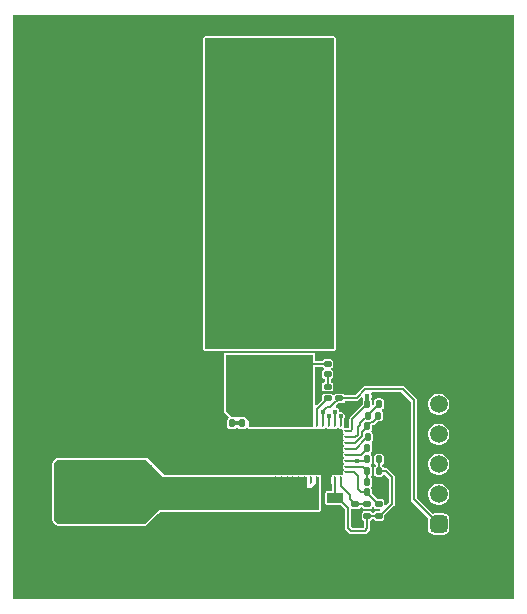
<source format=gtl>
G04*
G04 #@! TF.GenerationSoftware,Altium Limited,Altium Designer,21.2.1 (34)*
G04*
G04 Layer_Physical_Order=1*
G04 Layer_Color=255*
%FSTAX24Y24*%
%MOIN*%
G70*
G04*
G04 #@! TF.SameCoordinates,EB3D7B52-6A9D-4B9E-8443-9CCFCCE6FA82*
G04*
G04*
G04 #@! TF.FilePolarity,Positive*
G04*
G01*
G75*
%ADD11C,0.0059*%
%ADD12C,0.0079*%
%ADD15R,0.2087X0.1299*%
G04:AMPARAMS|DCode=16|XSize=9.8mil|YSize=23.6mil|CornerRadius=2.5mil|HoleSize=0mil|Usage=FLASHONLY|Rotation=270.000|XOffset=0mil|YOffset=0mil|HoleType=Round|Shape=RoundedRectangle|*
%AMROUNDEDRECTD16*
21,1,0.0098,0.0187,0,0,270.0*
21,1,0.0049,0.0236,0,0,270.0*
1,1,0.0049,-0.0094,-0.0025*
1,1,0.0049,-0.0094,0.0025*
1,1,0.0049,0.0094,0.0025*
1,1,0.0049,0.0094,-0.0025*
%
%ADD16ROUNDEDRECTD16*%
G04:AMPARAMS|DCode=17|XSize=9.8mil|YSize=23.6mil|CornerRadius=2.5mil|HoleSize=0mil|Usage=FLASHONLY|Rotation=0.000|XOffset=0mil|YOffset=0mil|HoleType=Round|Shape=RoundedRectangle|*
%AMROUNDEDRECTD17*
21,1,0.0098,0.0187,0,0,0.0*
21,1,0.0049,0.0236,0,0,0.0*
1,1,0.0049,0.0025,-0.0094*
1,1,0.0049,-0.0025,-0.0094*
1,1,0.0049,-0.0025,0.0094*
1,1,0.0049,0.0025,0.0094*
%
%ADD17ROUNDEDRECTD17*%
G04:AMPARAMS|DCode=18|XSize=132.5mil|YSize=118.1mil|CornerRadius=5.9mil|HoleSize=0mil|Usage=FLASHONLY|Rotation=90.000|XOffset=0mil|YOffset=0mil|HoleType=Round|Shape=RoundedRectangle|*
%AMROUNDEDRECTD18*
21,1,0.1325,0.1063,0,0,90.0*
21,1,0.1207,0.1181,0,0,90.0*
1,1,0.0118,0.0531,0.0603*
1,1,0.0118,0.0531,-0.0603*
1,1,0.0118,-0.0531,-0.0603*
1,1,0.0118,-0.0531,0.0603*
%
%ADD18ROUNDEDRECTD18*%
G04:AMPARAMS|DCode=19|XSize=23.6mil|YSize=19.7mil|CornerRadius=2mil|HoleSize=0mil|Usage=FLASHONLY|Rotation=90.000|XOffset=0mil|YOffset=0mil|HoleType=Round|Shape=RoundedRectangle|*
%AMROUNDEDRECTD19*
21,1,0.0236,0.0157,0,0,90.0*
21,1,0.0197,0.0197,0,0,90.0*
1,1,0.0039,0.0079,0.0098*
1,1,0.0039,0.0079,-0.0098*
1,1,0.0039,-0.0079,-0.0098*
1,1,0.0039,-0.0079,0.0098*
%
%ADD19ROUNDEDRECTD19*%
G04:AMPARAMS|DCode=20|XSize=37.4mil|YSize=31.5mil|CornerRadius=3.2mil|HoleSize=0mil|Usage=FLASHONLY|Rotation=180.000|XOffset=0mil|YOffset=0mil|HoleType=Round|Shape=RoundedRectangle|*
%AMROUNDEDRECTD20*
21,1,0.0374,0.0252,0,0,180.0*
21,1,0.0311,0.0315,0,0,180.0*
1,1,0.0063,-0.0156,0.0126*
1,1,0.0063,0.0156,0.0126*
1,1,0.0063,0.0156,-0.0126*
1,1,0.0063,-0.0156,-0.0126*
%
%ADD20ROUNDEDRECTD20*%
G04:AMPARAMS|DCode=21|XSize=23.6mil|YSize=19.7mil|CornerRadius=3mil|HoleSize=0mil|Usage=FLASHONLY|Rotation=180.000|XOffset=0mil|YOffset=0mil|HoleType=Round|Shape=RoundedRectangle|*
%AMROUNDEDRECTD21*
21,1,0.0236,0.0138,0,0,180.0*
21,1,0.0177,0.0197,0,0,180.0*
1,1,0.0059,-0.0089,0.0069*
1,1,0.0059,0.0089,0.0069*
1,1,0.0059,0.0089,-0.0069*
1,1,0.0059,-0.0089,-0.0069*
%
%ADD21ROUNDEDRECTD21*%
G04:AMPARAMS|DCode=22|XSize=55.1mil|YSize=110.2mil|CornerRadius=13.8mil|HoleSize=0mil|Usage=FLASHONLY|Rotation=180.000|XOffset=0mil|YOffset=0mil|HoleType=Round|Shape=RoundedRectangle|*
%AMROUNDEDRECTD22*
21,1,0.0551,0.0827,0,0,180.0*
21,1,0.0276,0.1102,0,0,180.0*
1,1,0.0276,-0.0138,0.0413*
1,1,0.0276,0.0138,0.0413*
1,1,0.0276,0.0138,-0.0413*
1,1,0.0276,-0.0138,-0.0413*
%
%ADD22ROUNDEDRECTD22*%
G04:AMPARAMS|DCode=23|XSize=55.1mil|YSize=110.2mil|CornerRadius=2.8mil|HoleSize=0mil|Usage=FLASHONLY|Rotation=180.000|XOffset=0mil|YOffset=0mil|HoleType=Round|Shape=RoundedRectangle|*
%AMROUNDEDRECTD23*
21,1,0.0551,0.1047,0,0,180.0*
21,1,0.0496,0.1102,0,0,180.0*
1,1,0.0055,-0.0248,0.0524*
1,1,0.0055,0.0248,0.0524*
1,1,0.0055,0.0248,-0.0524*
1,1,0.0055,-0.0248,-0.0524*
%
%ADD23ROUNDEDRECTD23*%
G04:AMPARAMS|DCode=24|XSize=55.1mil|YSize=35.4mil|CornerRadius=3.5mil|HoleSize=0mil|Usage=FLASHONLY|Rotation=180.000|XOffset=0mil|YOffset=0mil|HoleType=Round|Shape=RoundedRectangle|*
%AMROUNDEDRECTD24*
21,1,0.0551,0.0283,0,0,180.0*
21,1,0.0480,0.0354,0,0,180.0*
1,1,0.0071,-0.0240,0.0142*
1,1,0.0071,0.0240,0.0142*
1,1,0.0071,0.0240,-0.0142*
1,1,0.0071,-0.0240,-0.0142*
%
%ADD24ROUNDEDRECTD24*%
G04:AMPARAMS|DCode=25|XSize=23.6mil|YSize=19.7mil|CornerRadius=3mil|HoleSize=0mil|Usage=FLASHONLY|Rotation=270.000|XOffset=0mil|YOffset=0mil|HoleType=Round|Shape=RoundedRectangle|*
%AMROUNDEDRECTD25*
21,1,0.0236,0.0138,0,0,270.0*
21,1,0.0177,0.0197,0,0,270.0*
1,1,0.0059,-0.0069,-0.0089*
1,1,0.0059,-0.0069,0.0089*
1,1,0.0059,0.0069,0.0089*
1,1,0.0059,0.0069,-0.0089*
%
%ADD25ROUNDEDRECTD25*%
G04:AMPARAMS|DCode=26|XSize=23.6mil|YSize=19.7mil|CornerRadius=2mil|HoleSize=0mil|Usage=FLASHONLY|Rotation=180.000|XOffset=0mil|YOffset=0mil|HoleType=Round|Shape=RoundedRectangle|*
%AMROUNDEDRECTD26*
21,1,0.0236,0.0157,0,0,180.0*
21,1,0.0197,0.0197,0,0,180.0*
1,1,0.0039,-0.0098,0.0079*
1,1,0.0039,0.0098,0.0079*
1,1,0.0039,0.0098,-0.0079*
1,1,0.0039,-0.0098,-0.0079*
%
%ADD26ROUNDEDRECTD26*%
G04:AMPARAMS|DCode=27|XSize=55.1mil|YSize=35.4mil|CornerRadius=3.5mil|HoleSize=0mil|Usage=FLASHONLY|Rotation=90.000|XOffset=0mil|YOffset=0mil|HoleType=Round|Shape=RoundedRectangle|*
%AMROUNDEDRECTD27*
21,1,0.0551,0.0283,0,0,90.0*
21,1,0.0480,0.0354,0,0,90.0*
1,1,0.0071,0.0142,0.0240*
1,1,0.0071,0.0142,-0.0240*
1,1,0.0071,-0.0142,-0.0240*
1,1,0.0071,-0.0142,0.0240*
%
%ADD27ROUNDEDRECTD27*%
%ADD48R,0.2362X0.1575*%
%ADD49C,0.0394*%
%ADD50R,0.1575X0.2362*%
%ADD51C,0.0118*%
%ADD52C,0.0591*%
G04:AMPARAMS|DCode=53|XSize=59.1mil|YSize=59.1mil|CornerRadius=14.8mil|HoleSize=0mil|Usage=FLASHONLY|Rotation=90.000|XOffset=0mil|YOffset=0mil|HoleType=Round|Shape=RoundedRectangle|*
%AMROUNDEDRECTD53*
21,1,0.0591,0.0295,0,0,90.0*
21,1,0.0295,0.0591,0,0,90.0*
1,1,0.0295,0.0148,0.0148*
1,1,0.0295,0.0148,-0.0148*
1,1,0.0295,-0.0148,-0.0148*
1,1,0.0295,-0.0148,0.0148*
%
%ADD53ROUNDEDRECTD53*%
%ADD54C,0.1969*%
%ADD55C,0.0315*%
%ADD56C,0.0177*%
G36*
X050097Y018165D02*
X033369D01*
X033369Y03765D01*
X050097D01*
X050097Y018165D01*
D02*
G37*
%LPC*%
G36*
X039791Y036938D02*
X039746Y036919D01*
X039727Y036874D01*
X039727Y026519D01*
X039746Y026474D01*
X039791Y026455D01*
X044083D01*
X044128Y026474D01*
X044147Y026519D01*
X044147Y036874D01*
X044128Y036919D01*
X044083Y036938D01*
X039791Y036938D01*
D02*
G37*
G36*
X040477Y026387D02*
X040432Y026369D01*
X040413Y026323D01*
Y02445D01*
X040432Y024404D01*
X04058Y024256D01*
X040574Y024216D01*
X040566Y024199D01*
X040546Y024186D01*
X040528Y02416D01*
X040522Y024129D01*
Y023932D01*
X040528Y023902D01*
X040546Y023876D01*
X040572Y023858D01*
X040603Y023852D01*
X04076D01*
X040791Y023858D01*
X040817Y023876D01*
X040822Y023883D01*
X040877Y023886D01*
X040879Y023885D01*
X040883Y023878D01*
X040913Y023859D01*
X040947Y023852D01*
X041085D01*
X041119Y023859D01*
X041141Y023873D01*
X041192Y023869D01*
X041198Y023867D01*
X041243Y023849D01*
X043393D01*
X043438Y023867D01*
X043445Y02387D01*
X043462Y023858D01*
X043495Y023852D01*
X043544D01*
X043577Y023858D01*
X043604Y023877D01*
X043631D01*
X043659Y023858D01*
X043692Y023852D01*
X043741D01*
X043773Y023858D01*
X043778Y023862D01*
X043815Y023873D01*
X043851Y023862D01*
X043856Y023858D01*
X043888Y023852D01*
X043938D01*
X04397Y023858D01*
X043998Y023877D01*
X044025D01*
X044053Y023858D01*
X044085Y023852D01*
X044134D01*
X044167Y023858D01*
X044172Y023862D01*
X044208Y023873D01*
X044245Y023862D01*
X044249Y023858D01*
X044282Y023852D01*
X044331D01*
X044348Y023855D01*
X044355Y023851D01*
X044383Y023823D01*
X044387Y023816D01*
X044384Y023799D01*
Y02375D01*
X04439Y023718D01*
X044409Y02369D01*
Y023663D01*
X04439Y023635D01*
X044384Y023603D01*
Y023553D01*
X04439Y023521D01*
X044393Y023516D01*
X044405Y02348D01*
X044393Y023443D01*
X04439Y023438D01*
X044384Y023406D01*
Y023356D01*
X04439Y023324D01*
X044409Y023296D01*
Y023269D01*
X04439Y023242D01*
X044384Y023209D01*
Y02316D01*
X04439Y023127D01*
X044393Y023122D01*
X044405Y023086D01*
X044393Y023049D01*
X04439Y023045D01*
X044384Y023012D01*
Y022963D01*
X04439Y02293D01*
X044409Y022902D01*
Y022875D01*
X04439Y022848D01*
X044384Y022815D01*
Y022766D01*
X04439Y022733D01*
X044393Y022729D01*
X044405Y022692D01*
X044393Y022656D01*
X04439Y022651D01*
X044384Y022618D01*
Y022569D01*
X04439Y022536D01*
X044409Y022509D01*
Y022482D01*
X04439Y022454D01*
X044384Y022421D01*
Y022372D01*
X044387Y022356D01*
X044383Y022348D01*
X044355Y02232D01*
X044348Y022316D01*
X044331Y02232D01*
X044282D01*
X044249Y022313D01*
X044245Y02231D01*
X044208Y022299D01*
X044172Y02231D01*
X044167Y022313D01*
X044134Y02232D01*
X044085D01*
X044053Y022313D01*
X044025Y022295D01*
X044006Y022267D01*
X044Y022234D01*
Y022047D01*
X044006Y022015D01*
X044009Y02201D01*
Y021778D01*
X04387D01*
X043833Y021771D01*
X043802Y02175D01*
X043781Y021718D01*
X043773Y021682D01*
Y021398D01*
X043781Y021361D01*
X043802Y02133D01*
X043833Y021309D01*
X04387Y021302D01*
X044304D01*
X044436Y02117D01*
Y02056D01*
X044444Y020522D01*
X044466Y020489D01*
X044578Y020377D01*
X044611Y020355D01*
X044649Y020347D01*
X045109D01*
X045148Y020355D01*
X04518Y020377D01*
X045264Y02046D01*
X045285Y020492D01*
X045293Y020531D01*
Y020791D01*
X045322Y020796D01*
X045348Y020814D01*
X045363Y020837D01*
X045385Y02084D01*
X045393D01*
X045416Y020837D01*
X045431Y020814D01*
X045457Y020796D01*
X045488Y02079D01*
X045685D01*
X045715Y020796D01*
X045741Y020814D01*
X045759Y02084D01*
X045765Y02087D01*
Y020966D01*
X04608Y021282D01*
X046102Y021314D01*
X04611Y021353D01*
Y02223D01*
X046102Y022268D01*
X04608Y022301D01*
X045874Y022507D01*
X045841Y022529D01*
X045803Y022537D01*
X045745D01*
X045739Y022565D01*
X045722Y022591D01*
X045699Y022607D01*
X045696Y022629D01*
Y022637D01*
X045699Y022659D01*
X045722Y022675D01*
X045739Y022701D01*
X045745Y022732D01*
Y022928D01*
X045739Y022959D01*
X045722Y022985D01*
X045696Y023003D01*
X045665Y023009D01*
X045507D01*
X045477Y023003D01*
X045451Y022985D01*
X045433Y022959D01*
X045427Y022928D01*
Y022732D01*
X045433Y022701D01*
X045451Y022675D01*
X045474Y022659D01*
X045477Y022637D01*
Y022629D01*
X045474Y022607D01*
X045451Y022591D01*
X045433Y022565D01*
X045427Y022535D01*
Y022338D01*
X045433Y022307D01*
X045451Y022281D01*
X045477Y022264D01*
X045507Y022258D01*
X045665D01*
X045696Y022264D01*
X045722Y022281D01*
X045731Y022295D01*
X045775Y022307D01*
X04579Y022307D01*
X045909Y022188D01*
Y021394D01*
X045815Y0213D01*
X045765Y021321D01*
Y021422D01*
X045759Y021452D01*
X045741Y021478D01*
X045715Y021496D01*
X045685Y021502D01*
X04554D01*
X045352Y021691D01*
Y021826D01*
X045345Y021857D01*
X045328Y021883D01*
Y021927D01*
X045345Y021953D01*
X045352Y021983D01*
Y02218D01*
X045345Y022211D01*
X045328Y022237D01*
X045328Y022281D01*
X045345Y022307D01*
X045352Y022338D01*
Y022535D01*
X045345Y022565D01*
X045328Y022591D01*
X045305Y022607D01*
X045302Y022629D01*
Y022637D01*
X045305Y022659D01*
X045328Y022675D01*
X045345Y022701D01*
X045352Y022732D01*
Y022928D01*
X045345Y022959D01*
X045328Y022985D01*
X045305Y023001D01*
X045302Y023023D01*
Y023031D01*
X045305Y023053D01*
X045328Y023068D01*
X045345Y023094D01*
X045352Y023125D01*
Y023322D01*
X045345Y023353D01*
X045337Y023365D01*
X045329Y023381D01*
X045345Y023425D01*
X045346Y023427D01*
X045365Y023455D01*
X045371Y023489D01*
Y023667D01*
X045365Y023701D01*
X045346Y023729D01*
X045345Y023731D01*
X045329Y023775D01*
X045337Y023791D01*
X045345Y023803D01*
X045352Y023834D01*
Y023969D01*
X045352Y02397D01*
X04537D01*
X045408Y023977D01*
X045441Y023999D01*
X045549Y024108D01*
X045635D01*
X04567Y024115D01*
X045699Y024134D01*
X045719Y024163D01*
X045726Y024198D01*
Y024375D01*
X045719Y02441D01*
X045699Y024439D01*
X045676Y024455D01*
X045674Y024477D01*
X045681Y024507D01*
X045696Y02451D01*
X045722Y024527D01*
X045739Y024553D01*
X045745Y024584D01*
Y024781D01*
X045739Y024812D01*
X045722Y024838D01*
X045696Y024855D01*
X045665Y024861D01*
X045507D01*
X045477Y024855D01*
X045451Y024838D01*
X045433Y024812D01*
X045427Y024781D01*
Y02467D01*
X045399Y024647D01*
X045352Y024668D01*
Y024781D01*
X045345Y024812D01*
X045328Y024838D01*
X045318Y024866D01*
X04534Y02492D01*
Y024979D01*
X045321Y025024D01*
X045342Y025074D01*
X046332D01*
X046648Y024758D01*
Y021498D01*
X046656Y02146D01*
X046678Y021427D01*
X047227Y020878D01*
X047216Y02082D01*
Y020525D01*
X047232Y020445D01*
X047277Y020376D01*
X047346Y020331D01*
X047426Y020314D01*
X047722D01*
X047802Y020331D01*
X047871Y020376D01*
X047916Y020445D01*
X047932Y020525D01*
Y02082D01*
X047916Y020901D01*
X047871Y020969D01*
X047802Y021015D01*
X047722Y021031D01*
X047426D01*
X047369Y02102D01*
X046849Y02154D01*
Y0248D01*
X046841Y024838D01*
X04682Y02487D01*
X046445Y025246D01*
X046412Y025267D01*
X046374Y025275D01*
X045121D01*
X045083Y025267D01*
X04505Y025246D01*
X044795Y02499D01*
X044424D01*
X044419Y024997D01*
X044392Y025015D01*
X044362Y025021D01*
X044165D01*
X044134Y025015D01*
X044108Y024997D01*
X044093Y024974D01*
X04407Y024971D01*
X044063D01*
X04404Y024974D01*
X044025Y024997D01*
X043999Y025015D01*
X043968Y025021D01*
X043771D01*
X043741Y025015D01*
X043714Y024997D01*
X043697Y024971D01*
X043691Y024941D01*
Y024826D01*
X043503Y024639D01*
X043457Y024658D01*
X043457Y025915D01*
X043701D01*
X043717Y025891D01*
X043745Y025872D01*
X043747Y025862D01*
Y02583D01*
X043745Y02582D01*
X043717Y025802D01*
X043698Y025772D01*
X043691Y025738D01*
Y0256D01*
X043698Y025566D01*
X043717Y025536D01*
X043747Y025517D01*
X043769Y025512D01*
Y025414D01*
X043741Y025408D01*
X043714Y025391D01*
X043697Y025365D01*
X043691Y025334D01*
Y025177D01*
X043697Y025146D01*
X043714Y02512D01*
X043741Y025103D01*
X043771Y025097D01*
X043968D01*
X043999Y025103D01*
X044025Y02512D01*
X044042Y025146D01*
X044048Y025177D01*
Y025334D01*
X044042Y025365D01*
X044025Y025391D01*
X043999Y025408D01*
X04397Y025414D01*
Y025512D01*
X043993Y025517D01*
X044022Y025536D01*
X044042Y025566D01*
X044049Y0256D01*
Y025738D01*
X044042Y025772D01*
X044022Y025802D01*
X043994Y02582D01*
X043993Y02583D01*
Y025862D01*
X043994Y025872D01*
X044022Y025891D01*
X044042Y02592D01*
X044049Y025954D01*
Y026092D01*
X044042Y026127D01*
X044022Y026156D01*
X043993Y026176D01*
X043958Y026183D01*
X043781D01*
X043747Y026176D01*
X043717Y026156D01*
X043698Y026127D01*
X043695Y026116D01*
X043457D01*
Y026323D01*
X043438Y026369D01*
X043393Y026387D01*
X040477Y026387D01*
D02*
G37*
G36*
X047621Y025027D02*
X047527D01*
X047437Y025003D01*
X047357Y024956D01*
X047291Y02489D01*
X047244Y02481D01*
X04722Y024719D01*
Y024626D01*
X047244Y024536D01*
X047291Y024455D01*
X047357Y024389D01*
X047437Y024343D01*
X047527Y024319D01*
X047621D01*
X047711Y024343D01*
X047792Y024389D01*
X047858Y024455D01*
X047904Y024536D01*
X047928Y024626D01*
Y024719D01*
X047904Y02481D01*
X047858Y02489D01*
X047792Y024956D01*
X047711Y025003D01*
X047621Y025027D01*
D02*
G37*
G36*
Y024027D02*
X047527D01*
X047437Y024003D01*
X047357Y023956D01*
X047291Y02389D01*
X047244Y02381D01*
X04722Y023719D01*
Y023626D01*
X047244Y023536D01*
X047291Y023455D01*
X047357Y023389D01*
X047437Y023343D01*
X047527Y023319D01*
X047621D01*
X047711Y023343D01*
X047792Y023389D01*
X047858Y023455D01*
X047904Y023536D01*
X047928Y023626D01*
Y023719D01*
X047904Y02381D01*
X047858Y02389D01*
X047792Y023956D01*
X047711Y024003D01*
X047621Y024027D01*
D02*
G37*
G36*
Y023027D02*
X047527D01*
X047437Y023003D01*
X047357Y022956D01*
X047291Y02289D01*
X047244Y02281D01*
X04722Y022719D01*
Y022626D01*
X047244Y022536D01*
X047291Y022455D01*
X047357Y022389D01*
X047437Y022343D01*
X047527Y022319D01*
X047621D01*
X047711Y022343D01*
X047792Y022389D01*
X047858Y022455D01*
X047904Y022536D01*
X047928Y022626D01*
Y022719D01*
X047904Y02281D01*
X047858Y02289D01*
X047792Y022956D01*
X047711Y023003D01*
X047621Y023027D01*
D02*
G37*
G36*
Y022027D02*
X047527D01*
X047437Y022003D01*
X047357Y021956D01*
X047291Y02189D01*
X047244Y02181D01*
X04722Y021719D01*
Y021626D01*
X047244Y021536D01*
X047291Y021455D01*
X047357Y021389D01*
X047437Y021343D01*
X047527Y021319D01*
X047621D01*
X047711Y021343D01*
X047792Y021389D01*
X047858Y021455D01*
X047904Y021536D01*
X047928Y021626D01*
Y021719D01*
X047904Y02181D01*
X047858Y02189D01*
X047792Y021956D01*
X047711Y022003D01*
X047621Y022027D01*
D02*
G37*
G36*
X034878Y022885D02*
X034832Y022866D01*
X034712Y022746D01*
X034694Y022701D01*
X034694Y020801D01*
X034712Y020756D01*
X034832Y020636D01*
X034878Y020617D01*
X037786Y020617D01*
X037831Y020636D01*
X038154Y020959D01*
X038156Y020965D01*
X038162Y020968D01*
X038167Y020976D01*
X038175Y020982D01*
X038179Y020987D01*
X038185Y02099D01*
X038277Y021082D01*
X043594Y021082D01*
X043639Y021101D01*
X043658Y021146D01*
Y021393D01*
X043659Y021398D01*
Y021682D01*
X043658Y021687D01*
X043658Y022259D01*
X043639Y022304D01*
X043594Y022323D01*
X04347D01*
X043425Y022304D01*
X04338Y022313D01*
X043347Y02232D01*
X043298D01*
X043265Y022313D01*
X043219Y022304D01*
X043174Y022323D01*
X038414Y022323D01*
X037871Y022866D01*
X037826Y022885D01*
X034878Y022885D01*
D02*
G37*
%LPD*%
G36*
X044083Y036874D02*
X044083Y026519D01*
X039791D01*
X039791Y036874D01*
X044083Y036874D01*
D02*
G37*
G36*
X043393Y026323D02*
X043393Y023913D01*
X041243D01*
Y024105D01*
X041088Y02426D01*
X040667D01*
X040477Y02445D01*
Y026323D01*
X043393Y026323D01*
D02*
G37*
G36*
X045041Y024891D02*
X045062Y02485D01*
X045057Y024838D01*
X04504Y024812D01*
X045034Y024781D01*
Y024646D01*
X044629Y024242D01*
X044608Y024209D01*
X0446Y024171D01*
Y023885D01*
X044572D01*
X044571Y023885D01*
X044469D01*
X044453Y023881D01*
X044445Y023885D01*
X044417Y023913D01*
X044413Y023921D01*
X044417Y023937D01*
Y024124D01*
X04441Y024157D01*
X044408Y02416D01*
X044432Y024183D01*
X044454Y024238D01*
Y024296D01*
X044432Y024351D01*
X04439Y024392D01*
X044336Y024415D01*
X044277D01*
X044258Y024428D01*
Y024454D01*
X044235Y024508D01*
X044194Y02455D01*
X044153Y024566D01*
X044134Y024618D01*
X044217Y024701D01*
X044219Y024703D01*
X044362D01*
X044392Y024709D01*
X044419Y024726D01*
X044436Y024752D01*
X044442Y024783D01*
Y024789D01*
X044836D01*
X044875Y024797D01*
X044907Y024818D01*
X04499Y024901D01*
X045041Y024891D01*
D02*
G37*
G36*
X045Y021233D02*
X045022Y021231D01*
X045037Y021207D01*
X045063Y02119D01*
X045094Y021184D01*
X045291D01*
X045322Y02119D01*
X045348Y021207D01*
X045363Y021231D01*
X045385Y021233D01*
X045393D01*
X045416Y021231D01*
X045431Y021207D01*
X045457Y02119D01*
X045488Y021184D01*
X045607D01*
X045629Y021135D01*
X045609Y021108D01*
X045488D01*
X045457Y021102D01*
X045431Y021085D01*
X045416Y021062D01*
X045393Y021059D01*
X045385D01*
X045363Y021062D01*
X045348Y021085D01*
X045322Y021102D01*
X045291Y021108D01*
X045094D01*
X045063Y021102D01*
X045037Y021085D01*
X04502Y021059D01*
X045014Y021028D01*
Y02087D01*
X04502Y02084D01*
X045037Y020814D01*
X045063Y020796D01*
X045092Y020791D01*
Y020572D01*
X045068Y020548D01*
X044691D01*
X044637Y020602D01*
Y021152D01*
X044645Y021161D01*
X044687Y021187D01*
X0447Y021184D01*
X044897D01*
X044928Y02119D01*
X044954Y021207D01*
X04497Y021231D01*
X044992Y021233D01*
X045D01*
D02*
G37*
G36*
X037826Y022821D02*
X038388Y022259D01*
X043174Y022259D01*
X043174Y021865D01*
X043322D01*
X04347Y022013D01*
Y022259D01*
X043594D01*
X043594Y021146D01*
X038251Y021146D01*
X038139Y021035D01*
X038121Y021022D01*
X038108Y021004D01*
X037786Y020681D01*
X034878Y020681D01*
X034758Y020801D01*
X034758Y022701D01*
X034878Y022821D01*
X037826Y022821D01*
D02*
G37*
D11*
X043029Y026042D02*
X043056Y026015D01*
D12*
X045212Y023558D02*
Y023578D01*
X044563Y023184D02*
X044805D01*
X045153Y023499D02*
X045212Y023558D01*
X044805Y023184D02*
X04512Y023499D01*
X045153D01*
X044307Y021948D02*
Y022141D01*
X044623Y021499D02*
Y021632D01*
X044307Y021948D02*
X044623Y021632D01*
X046749Y021498D02*
Y0248D01*
X046374Y025175D02*
X046749Y0248D01*
X045121Y025175D02*
X046374D01*
X044836Y024889D02*
X045121Y025175D01*
X0447Y024171D02*
X045193Y024663D01*
X044654Y023785D02*
X0447Y023831D01*
Y024171D01*
X044572Y023785D02*
X044654D01*
X044563Y023775D02*
X044572Y023785D01*
X045193Y024663D02*
Y024682D01*
X045124Y024208D02*
X045153D01*
X044799Y023578D02*
X044878Y023657D01*
X044563Y023578D02*
X044799D01*
X044878Y023895D02*
X044961Y023979D01*
X045153Y024208D02*
X045212Y024267D01*
X044961Y023979D02*
Y024045D01*
X045124Y024208D01*
X045015Y023735D02*
X04522Y02394D01*
X044799Y023381D02*
X045015Y023598D01*
Y023735D01*
X044878Y023657D02*
Y023895D01*
X045212Y024267D02*
Y024287D01*
X04551Y024604D02*
X045527D01*
X045586Y024663D01*
X045212Y024306D02*
X04551Y024604D01*
X045586Y024663D02*
Y024682D01*
X047574Y020673D02*
X047574D01*
X046749Y021498D02*
X047574Y020673D01*
X044263Y024882D02*
Y024889D01*
X044836D01*
X04417Y024788D02*
X044263Y024882D01*
X044649Y020448D02*
X045109D01*
X045193Y020531D02*
Y020949D01*
X045109Y020448D02*
X045193Y020531D01*
X045586Y020949D02*
X045606D01*
X045193D02*
X045586D01*
X044537Y02056D02*
X044649Y020448D01*
X04411Y021638D02*
X044537Y021211D01*
X045645Y022436D02*
X045803D01*
X044537Y02056D02*
Y021211D01*
X045618Y022464D02*
X045645Y022436D01*
X044799Y021343D02*
X045193D01*
X045193Y021343D01*
X044779Y021343D02*
X044799D01*
X044623Y021499D02*
X044779Y021343D01*
X044879Y021847D02*
Y022278D01*
X044759Y022397D02*
X044879Y022278D01*
X045193Y021728D02*
X045193Y021728D01*
X045498Y021402D02*
X045527D01*
X045586Y021343D01*
X04522Y02168D02*
X045498Y021402D01*
X045803Y022436D02*
X046009Y02223D01*
X045586Y022464D02*
X045618D01*
X045606Y020949D02*
X046009Y021353D01*
X044162Y024788D02*
X04417D01*
X04386Y024581D02*
X043955D01*
X044162Y024788D01*
X044563Y022397D02*
X044759D01*
X044879Y021847D02*
X044998Y021728D01*
X045193D01*
X045193Y022082D02*
Y022436D01*
X045586Y022464D02*
Y022802D01*
X04411Y021638D02*
Y022141D01*
X043791Y024803D02*
X04387D01*
X043791Y024784D02*
Y024803D01*
X043519Y024031D02*
Y024513D01*
X043791Y024803D02*
X043791Y024803D01*
X043519Y024513D02*
X043791Y024784D01*
X046009Y021353D02*
Y02223D01*
X044838Y022791D02*
X045181D01*
X04522Y02283D01*
X044563Y022791D02*
X044838D01*
X043056Y026015D02*
X04387D01*
X044307Y024052D02*
Y024246D01*
X045311Y02407D02*
X04537D01*
X045559Y024259D02*
Y024287D01*
X04522Y02398D02*
X045311Y02407D01*
X04537D02*
X045559Y024259D01*
X04522Y02394D02*
Y02398D01*
X044563Y023381D02*
X044799D01*
X04522Y02394D02*
X04522D01*
X044563Y022987D02*
X044992D01*
X04522Y023216D01*
Y023224D01*
X044563Y022594D02*
X045055D01*
X045212Y022436D01*
X043716Y024437D02*
X04386Y024581D01*
X04387Y025315D02*
Y025677D01*
X04387Y025315D02*
X04387Y025315D01*
X040654Y024031D02*
X040654Y024031D01*
X041024D02*
X041024Y024031D01*
X043716Y024031D02*
Y024424D01*
Y024437D01*
X043913Y024031D02*
Y024267D01*
Y024285D01*
X04411Y024031D02*
Y024424D01*
D15*
X043224Y023086D02*
D03*
D16*
X044563Y023775D02*
D03*
Y023578D02*
D03*
Y023381D02*
D03*
Y023184D02*
D03*
Y022987D02*
D03*
Y022791D02*
D03*
Y022594D02*
D03*
Y022397D02*
D03*
X041885D02*
D03*
Y022594D02*
D03*
Y022791D02*
D03*
Y022987D02*
D03*
Y023184D02*
D03*
Y023381D02*
D03*
Y023578D02*
D03*
Y023775D02*
D03*
D17*
X044307Y022141D02*
D03*
X04411D02*
D03*
X043913D02*
D03*
X043716D02*
D03*
X043519D02*
D03*
X043322D02*
D03*
X043126D02*
D03*
X042929D02*
D03*
X042732D02*
D03*
X042535D02*
D03*
X042338D02*
D03*
X042141D02*
D03*
Y024031D02*
D03*
X042338D02*
D03*
X042535D02*
D03*
X042732D02*
D03*
X042929D02*
D03*
X043126D02*
D03*
X043322D02*
D03*
X043519D02*
D03*
X043716D02*
D03*
X043913D02*
D03*
X04411D02*
D03*
X044307D02*
D03*
D18*
X041937Y028535D02*
D03*
X041937Y025612D02*
D03*
D19*
X045586Y02283D02*
D03*
X045193D02*
D03*
X045586Y023224D02*
D03*
X045193D02*
D03*
X045193Y023932D02*
D03*
X045586D02*
D03*
X045586Y022082D02*
D03*
X045193D02*
D03*
X045586Y021728D02*
D03*
X045193D02*
D03*
X045586Y024682D02*
D03*
X045193D02*
D03*
X045193Y022436D02*
D03*
X045586D02*
D03*
X040681Y024031D02*
D03*
X040288D02*
D03*
D20*
X041098Y022091D02*
D03*
Y022721D02*
D03*
X038342Y021461D02*
D03*
Y020831D02*
D03*
X039444D02*
D03*
Y021461D02*
D03*
X038893Y020831D02*
D03*
Y021461D02*
D03*
X039995Y020831D02*
D03*
Y021461D02*
D03*
X040546Y020831D02*
D03*
Y021461D02*
D03*
X041098Y020831D02*
D03*
Y021461D02*
D03*
X038893Y022091D02*
D03*
Y022721D02*
D03*
X039995Y022091D02*
D03*
Y022721D02*
D03*
X038342Y022091D02*
D03*
Y022721D02*
D03*
X039444Y022091D02*
D03*
Y022721D02*
D03*
X040546Y022091D02*
D03*
Y022721D02*
D03*
D21*
X04387Y026023D02*
D03*
Y025669D02*
D03*
X041531Y022504D02*
D03*
Y02215D02*
D03*
D22*
X044535Y033371D02*
D03*
X039339Y030221D02*
D03*
Y031796D02*
D03*
X044535Y030221D02*
D03*
Y031796D02*
D03*
X039339Y033371D02*
D03*
D23*
X043276Y033371D02*
D03*
X040598Y030221D02*
D03*
Y031796D02*
D03*
X043276Y030221D02*
D03*
Y031796D02*
D03*
X040598Y033371D02*
D03*
D24*
X043322Y020752D02*
D03*
Y02154D02*
D03*
X04411Y02154D02*
D03*
Y020752D02*
D03*
D25*
X045567Y023578D02*
D03*
X045212D02*
D03*
Y024287D02*
D03*
X045567D02*
D03*
X04137Y024031D02*
D03*
X041016D02*
D03*
D26*
X044263Y024862D02*
D03*
Y025256D02*
D03*
X044799Y020949D02*
D03*
Y021343D02*
D03*
X045193Y021343D02*
D03*
Y020949D02*
D03*
X045586Y021343D02*
D03*
Y020949D02*
D03*
X04387Y024862D02*
D03*
Y025256D02*
D03*
D27*
X039969Y026974D02*
D03*
X039181D02*
D03*
X039969Y027663D02*
D03*
X039181D02*
D03*
X039969Y028352D02*
D03*
X039181D02*
D03*
X039969Y029041D02*
D03*
X039181D02*
D03*
X044693Y026974D02*
D03*
X043906D02*
D03*
X044693Y027663D02*
D03*
X043906D02*
D03*
X044693Y028352D02*
D03*
X043906D02*
D03*
X044693Y029041D02*
D03*
X043906D02*
D03*
D48*
X036531Y024138D02*
D03*
X036531Y021776D02*
D03*
D49*
X045677Y035733D02*
D03*
X043315D02*
D03*
D50*
X041937Y035536D02*
D03*
X047055D02*
D03*
D51*
X045193Y024682D02*
Y024949D01*
X045586Y021728D02*
X045822D01*
X045586Y022082D02*
X045822D01*
X045586Y022082D02*
X045586Y022082D01*
X045822D02*
X045822Y022082D01*
X045586Y023932D02*
X045822D01*
X045586Y023932D02*
X045586Y023932D01*
X045822D02*
X045822Y023932D01*
X045567Y023578D02*
X045822D01*
X045567Y023578D02*
X045567Y023578D01*
X045822D02*
X045822Y023578D01*
X045586Y023224D02*
X045822D01*
X045822Y023224D01*
X045586Y023224D02*
X045586Y023224D01*
X040654Y024031D02*
X041024D01*
X044799Y020741D02*
Y020977D01*
D52*
X047574Y024673D02*
D03*
Y023673D02*
D03*
Y022673D02*
D03*
Y021673D02*
D03*
D53*
Y020673D02*
D03*
D54*
X049017Y036569D02*
D03*
X049017Y019246D02*
D03*
X03445D02*
D03*
X03445Y036569D02*
D03*
D55*
X042358Y022653D02*
D03*
Y023086D02*
D03*
Y023519D02*
D03*
X042791Y022653D02*
D03*
Y023086D02*
D03*
Y023519D02*
D03*
X043224Y022653D02*
D03*
Y023086D02*
D03*
Y023519D02*
D03*
X043657Y022653D02*
D03*
Y023086D02*
D03*
Y023519D02*
D03*
X04409Y022653D02*
D03*
Y023086D02*
D03*
Y023519D02*
D03*
D56*
X045193Y024949D02*
D03*
X035113Y023744D02*
D03*
Y024532D02*
D03*
Y024138D02*
D03*
Y023351D02*
D03*
Y024926D02*
D03*
X037948D02*
D03*
Y023351D02*
D03*
Y024138D02*
D03*
Y024532D02*
D03*
Y023744D02*
D03*
X043499Y021905D02*
D03*
X042929D02*
D03*
X043126Y021787D02*
D03*
X042535Y021905D02*
D03*
X042732Y021747D02*
D03*
X042141Y021905D02*
D03*
X042338Y021747D02*
D03*
X041531Y021953D02*
D03*
X038342Y021776D02*
D03*
X038893D02*
D03*
X039444D02*
D03*
X039995D02*
D03*
X040546D02*
D03*
X041098D02*
D03*
X037948Y021382D02*
D03*
Y02217D02*
D03*
Y021776D02*
D03*
Y020989D02*
D03*
Y022563D02*
D03*
X035113D02*
D03*
Y020989D02*
D03*
Y021776D02*
D03*
Y02217D02*
D03*
Y021382D02*
D03*
X043913Y020437D02*
D03*
X044307D02*
D03*
X043126Y020437D02*
D03*
X043519D02*
D03*
X041491Y020831D02*
D03*
X038342Y020556D02*
D03*
X038893D02*
D03*
X039444D02*
D03*
X039995D02*
D03*
X040546D02*
D03*
X041098D02*
D03*
X043126Y024424D02*
D03*
X042929Y024267D02*
D03*
X042732Y024424D02*
D03*
X042535Y024267D02*
D03*
X042338Y024424D02*
D03*
X042141Y024267D02*
D03*
X040283Y029238D02*
D03*
Y028844D02*
D03*
X040559Y029238D02*
D03*
Y028844D02*
D03*
Y028156D02*
D03*
Y028549D02*
D03*
X040283Y028156D02*
D03*
Y028549D02*
D03*
X040559Y027467D02*
D03*
Y02786D02*
D03*
X040283Y027467D02*
D03*
Y02786D02*
D03*
X040559Y026778D02*
D03*
Y027171D02*
D03*
X040283Y026778D02*
D03*
Y027171D02*
D03*
X038866Y029238D02*
D03*
Y028844D02*
D03*
X038591Y029238D02*
D03*
Y028844D02*
D03*
Y028156D02*
D03*
Y028549D02*
D03*
X038866Y028156D02*
D03*
Y028549D02*
D03*
X038591Y027467D02*
D03*
Y02786D02*
D03*
X038866Y027467D02*
D03*
Y02786D02*
D03*
X038591Y026778D02*
D03*
Y027171D02*
D03*
X038866Y026778D02*
D03*
Y027171D02*
D03*
X043591Y029238D02*
D03*
Y028844D02*
D03*
X043315Y029238D02*
D03*
Y028844D02*
D03*
Y028156D02*
D03*
Y028549D02*
D03*
X043591Y028156D02*
D03*
Y028549D02*
D03*
X043315Y027467D02*
D03*
Y02786D02*
D03*
X043591Y027467D02*
D03*
Y02786D02*
D03*
X043315Y026778D02*
D03*
Y027171D02*
D03*
X043591Y026778D02*
D03*
Y027171D02*
D03*
X045008D02*
D03*
Y026778D02*
D03*
X045283Y027171D02*
D03*
Y026778D02*
D03*
X045008Y02786D02*
D03*
Y027467D02*
D03*
X045283Y02786D02*
D03*
Y027467D02*
D03*
X045008Y028549D02*
D03*
Y028156D02*
D03*
X045283Y028549D02*
D03*
Y028156D02*
D03*
Y028844D02*
D03*
Y029238D02*
D03*
X045008Y028844D02*
D03*
X041543Y032977D02*
D03*
X04115Y032977D02*
D03*
X041543Y033371D02*
D03*
X04115Y033765D02*
D03*
Y033371D02*
D03*
X041543Y033765D02*
D03*
Y03219D02*
D03*
X04115Y031796D02*
D03*
Y03219D02*
D03*
X041543Y031796D02*
D03*
X04115Y031402D02*
D03*
X041543Y031402D02*
D03*
Y030615D02*
D03*
X04115Y030221D02*
D03*
Y030615D02*
D03*
X041543Y030221D02*
D03*
X04115Y029828D02*
D03*
X041543Y029828D02*
D03*
X042331Y032977D02*
D03*
X042724Y032977D02*
D03*
X042331Y033371D02*
D03*
X042724Y033765D02*
D03*
Y033371D02*
D03*
X042331Y033765D02*
D03*
Y03219D02*
D03*
X042724Y031796D02*
D03*
Y03219D02*
D03*
X042331Y031796D02*
D03*
X042724Y031402D02*
D03*
X042331Y031402D02*
D03*
Y030615D02*
D03*
X042724Y030221D02*
D03*
Y030615D02*
D03*
X042331Y030221D02*
D03*
X042724Y029828D02*
D03*
X042331Y029828D02*
D03*
X038394D02*
D03*
X038787Y029828D02*
D03*
X038394Y030221D02*
D03*
X038787Y030615D02*
D03*
Y030221D02*
D03*
X038394Y030615D02*
D03*
Y031402D02*
D03*
X038787Y031402D02*
D03*
X038394Y031796D02*
D03*
X038787Y03219D02*
D03*
Y031796D02*
D03*
X038394Y03219D02*
D03*
Y032977D02*
D03*
X038787Y032977D02*
D03*
X038394Y033371D02*
D03*
X038787Y033765D02*
D03*
Y033371D02*
D03*
X038394Y033765D02*
D03*
X04548Y029828D02*
D03*
X045087Y029828D02*
D03*
X04548Y030221D02*
D03*
X045087Y030615D02*
D03*
Y030221D02*
D03*
X04548Y030615D02*
D03*
Y031402D02*
D03*
X045087Y031402D02*
D03*
X04548Y031796D02*
D03*
X045087Y03219D02*
D03*
Y031796D02*
D03*
X04548Y03219D02*
D03*
Y033765D02*
D03*
X045087Y033371D02*
D03*
Y033765D02*
D03*
X04548Y033371D02*
D03*
X045087Y032977D02*
D03*
X04548Y032977D02*
D03*
X043618Y03669D02*
D03*
X04157Y023184D02*
D03*
X045822Y021728D02*
D03*
X044838Y022791D02*
D03*
X045822Y023932D02*
D03*
X044307Y024267D02*
D03*
X041098Y022996D02*
D03*
X040546D02*
D03*
X039995D02*
D03*
X039444D02*
D03*
X038893D02*
D03*
X038342D02*
D03*
X041531Y02276D02*
D03*
X04157Y023578D02*
D03*
X045008Y029238D02*
D03*
X043716Y024424D02*
D03*
X044799Y020741D02*
D03*
X044209Y026282D02*
D03*
X044263Y025464D02*
D03*
X043913Y024267D02*
D03*
X04411Y024424D02*
D03*
X045822Y022082D02*
D03*
Y023578D02*
D03*
Y023224D02*
D03*
M02*

</source>
